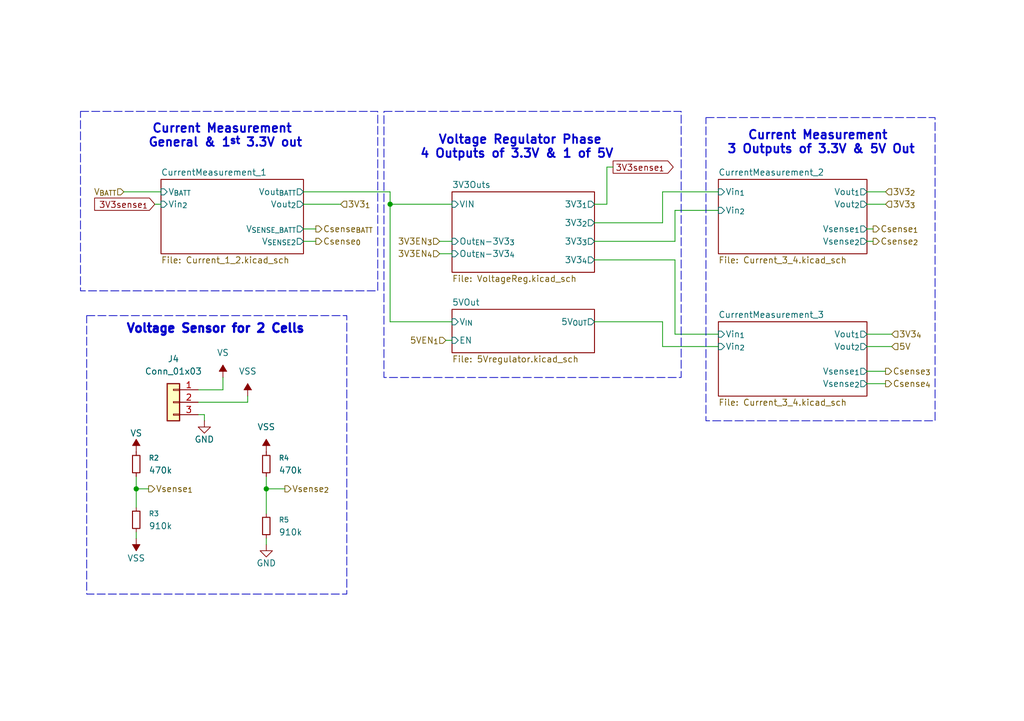
<source format=kicad_sch>
(kicad_sch (version 20250114) (generator "eeschema") (generator_version "9.0")
  (paper "A5")
  (lib_symbols
    (symbol "Connector_Generic:Conn_01x03" (pin_names (offset 1.016) (hide yes))
      (property "Reference" "J" (at 0 5.08 0))
      (property "Value" "Conn_01x03" (at 0 -5.08 0))
      (symbol "Conn_01x03_1_1"
        (rectangle (start -1.27 3.81) (end 1.27 -3.81) (stroke (width 0.254)) (fill (type background)))
        (rectangle (start -1.27 2.667) (end 0 2.413) (stroke (width 0.1524)))
        (rectangle (start -1.27 0.127) (end 0 -0.127) (stroke (width 0.1524)))
        (rectangle (start -1.27 -2.413) (end 0 -2.667) (stroke (width 0.1524)))
        (pin passive line (at -5.08 2.54 0) (length 3.81) (name "Pin_1") (number "1"))
        (pin passive line (at -5.08 0 0) (length 3.81) (name "Pin_2") (number "2"))
        (pin passive line (at -5.08 -2.54 0) (length 3.81) (name "Pin_3") (number "3"))
      )
    )
    (symbol "Device:R_Small" (pin_numbers (hide yes)) (pin_names (offset 0.254) (hide yes))
      (property "Reference" "R" (at 0 0 90))
      (property "Value" "R_Small" (at 1.778 0 90))
      (symbol "R_Small_0_1"
        (rectangle (start -0.762 1.778) (end 0.762 -1.778) (stroke (width 0.2032)))
      )
      (symbol "R_Small_1_1"
        (pin passive line (at 0 2.54 270) (length 0.762) (name "~") (number "1"))
        (pin passive line (at 0 -2.54 90) (length 0.762) (name "~") (number "2"))
      )
    )
    (symbol "power:GND" (power) (pin_numbers (hide yes)) (pin_names (offset 0) (hide yes))
      (property "Value" "GND" (at 0 -3.81 0))
      (symbol "GND_0_1"
        (polyline (pts (xy 0 0) (xy 0 -1.27) (xy 1.27 -1.27) (xy 0 -2.54) (xy -1.27 -1.27) (xy 0 -1.27)))
      )
      (symbol "GND_1_1"
        (pin power_in line (at 0 0 270) (length 0) (name "~") (number "1"))
      )
    )
    (symbol "power:VS" (power) (pin_numbers (hide yes)) (pin_names (offset 0) (hide yes))
      (property "Value" "VS" (at 0 3.556 0))
      (symbol "VS_0_1"
        (polyline (pts (xy 0 0) (xy 0 2.54)))
        (polyline (pts (xy 0.762 1.27) (xy -0.762 1.27) (xy 0 2.54) (xy 0.762 1.27)) (fill (type outline)))
      )
      (symbol "VS_1_1"
        (pin power_in line (at 0 0 90) (length 0) (name "~") (number "1"))
      )
    )
    (symbol "power:VSS" (power) (pin_numbers (hide yes)) (pin_names (offset 0) (hide yes))
      (property "Value" "VSS" (at 0 3.556 0))
      (symbol "VSS_0_1"
        (polyline (pts (xy 0 0) (xy 0 2.54)))
        (polyline (pts (xy 0.762 1.27) (xy -0.762 1.27) (xy 0 2.54) (xy 0.762 1.27)) (fill (type outline)))
      )
      (symbol "VSS_1_1"
        (pin power_in line (at 0 0 90) (length 0) (name "~") (number "1"))
      )
    )
  )
  (rectangle (start 17.78 64.77) (end 71.12 121.92) (stroke (width 0) (type dash)))
  (rectangle (start 78.74 22.86) (end 139.7 77.47) (stroke (width 0) (type dash)))
  (rectangle (start 144.78 24.13) (end 191.77 86.36) (stroke (width 0) (type dash)))
  (rectangle (start 16.51 22.86) (end 77.47 59.69) (stroke (width 0) (type dash)))
  (text "Current Measurement \n3 Outputs of 3.3V & 5V Out\n\n" (at 168.402 30.734 0) (effects (font (size 1.778 1.778) (thickness 0.3556) (bold yes))))
  (text "Voltage Regulator Phase\n4 Outputs of 3.3V & 1 of 5V \n" (at 106.68 30.226 0) (effects (font (size 1.778 1.778) (thickness 0.3556) (bold yes))))
  (text "Voltage Sensor for 2 Cells" (at 44.196 67.564 0) (effects (font (size 1.778 1.778) (thickness 0.4572) (bold yes))))
  (text "Current Measurement \nGeneral & 1^{st} 3.3V out\n" (at 46.228 27.94 0) (effects (font (size 1.778 1.778) (thickness 0.3556) (bold yes))))
  (junction (at 27.94 100.33))
  (junction (at 54.61 100.33))
  (junction (at 80.01 41.91))
  (wire (pts (xy 135.89 39.37) (xy 135.89 45.72)))
  (wire (pts (xy 64.77 49.53) (xy 62.23 49.53)))
  (wire (pts (xy 80.01 41.91) (xy 92.71 41.91)))
  (wire (pts (xy 50.8 81.28) (xy 50.8 82.55)))
  (wire (pts (xy 25.4 39.37) (xy 33.02 39.37)))
  (wire (pts (xy 135.89 39.37) (xy 147.32 39.37)))
  (wire (pts (xy 121.92 49.53) (xy 138.43 49.53)))
  (wire (pts (xy 121.92 53.34) (xy 138.43 53.34)))
  (wire (pts (xy 181.61 41.91) (xy 177.8 41.91)))
  (wire (pts (xy 80.01 41.91) (xy 80.01 39.37)))
  (wire (pts (xy 69.85 41.91) (xy 62.23 41.91)))
  (wire (pts (xy 124.46 34.29) (xy 124.46 41.91)))
  (wire (pts (xy 64.77 46.99) (xy 62.23 46.99)))
  (wire (pts (xy 90.17 49.53) (xy 92.71 49.53)))
  (wire (pts (xy 138.43 43.18) (xy 147.32 43.18)))
  (wire (pts (xy 138.43 53.34) (xy 138.43 68.58)))
  (wire (pts (xy 179.07 46.99) (xy 177.8 46.99)))
  (wire (pts (xy 91.44 69.85) (xy 92.71 69.85)))
  (wire (pts (xy 41.91 86.36) (xy 41.91 85.09)))
  (wire (pts (xy 62.23 39.37) (xy 80.01 39.37)))
  (wire (pts (xy 177.8 68.58) (xy 182.88 68.58)))
  (wire (pts (xy 41.91 85.09) (xy 40.64 85.09)))
  (wire (pts (xy 121.92 66.04) (xy 135.89 66.04)))
  (wire (pts (xy 125.73 34.29) (xy 124.46 34.29)))
  (wire (pts (xy 27.94 110.49) (xy 27.94 109.22)))
  (wire (pts (xy 50.8 82.55) (xy 40.64 82.55)))
  (wire (pts (xy 121.92 45.72) (xy 135.89 45.72)))
  (wire (pts (xy 181.61 76.2) (xy 177.8 76.2)))
  (wire (pts (xy 80.01 41.91) (xy 80.01 66.04)))
  (wire (pts (xy 181.61 78.74) (xy 177.8 78.74)))
  (wire (pts (xy 45.72 80.01) (xy 40.64 80.01)))
  (wire (pts (xy 30.48 100.33) (xy 27.94 100.33)))
  (wire (pts (xy 27.94 100.33) (xy 27.94 97.79)))
  (wire (pts (xy 135.89 66.04) (xy 135.89 71.12)))
  (wire (pts (xy 179.07 49.53) (xy 177.8 49.53)))
  (wire (pts (xy 135.89 71.12) (xy 147.32 71.12)))
  (wire (pts (xy 177.8 71.12) (xy 182.88 71.12)))
  (wire (pts (xy 54.61 97.79) (xy 54.61 100.33)))
  (wire (pts (xy 80.01 66.04) (xy 92.71 66.04)))
  (wire (pts (xy 90.17 52.07) (xy 92.71 52.07)))
  (wire (pts (xy 54.61 100.33) (xy 54.61 105.41)))
  (wire (pts (xy 27.94 104.14) (xy 27.94 100.33)))
  (wire (pts (xy 58.42 100.33) (xy 54.61 100.33)))
  (wire (pts (xy 138.43 68.58) (xy 147.32 68.58)))
  (wire (pts (xy 54.61 111.76) (xy 54.61 110.49)))
  (wire (pts (xy 31.75 41.91) (xy 33.02 41.91)))
  (wire (pts (xy 138.43 43.18) (xy 138.43 49.53)))
  (wire (pts (xy 45.72 77.47) (xy 45.72 80.01)))
  (wire (pts (xy 124.46 41.91) (xy 121.92 41.91)))
  (wire (pts (xy 181.61 39.37) (xy 177.8 39.37)))
  (global_label "3V3sense_{1}" (shape input) (at 31.75 41.91 180) (property "Intersheetrefs" "${INTERSHEET_REFS}" (effects (hide yes))))
  (global_label "3V3sense_{1}" (shape output) (at 125.73 34.29 0) (property "Intersheetrefs" "${INTERSHEET_REFS}" (effects (hide yes))))
  (hierarchical_label "Vsense_{1}" (shape output) (at 30.48 100.33 0))
  (hierarchical_label "Vsense_{2}" (shape output) (at 58.42 100.33 0))
  (hierarchical_label "3V3_{2}" (shape input) (at 181.61 39.37 0))
  (hierarchical_label "3V3EN_{4}" (shape input) (at 90.17 52.07 180))
  (hierarchical_label "3V3_{3}" (shape input) (at 181.61 41.91 0))
  (hierarchical_label "Csense_{1}" (shape output) (at 179.07 46.99 0))
  (hierarchical_label "3V3EN_{3}" (shape input) (at 90.17 49.53 180))
  (hierarchical_label "5VEN_{1}" (shape input) (at 91.44 69.85 180))
  (hierarchical_label "Csense_{4}" (shape output) (at 181.61 78.74 0))
  (hierarchical_label "3V3_{1}" (shape input) (at 69.85 41.91 0))
  (hierarchical_label "Csense_{3}" (shape output) (at 181.61 76.2 0))
  (hierarchical_label "3V3_{4}" (shape input) (at 182.88 68.58 0))
  (hierarchical_label "5V" (shape input) (at 182.88 71.12 0))
  (hierarchical_label "V_{BATT}" (shape input) (at 25.4 39.37 180))
  (hierarchical_label "Csense_{2}" (shape output) (at 179.07 49.53 0))
  (hierarchical_label "Csense_{BATT}" (shape output) (at 64.77 46.99 0))
  (hierarchical_label "Csense_{0}" (shape output) (at 64.77 49.53 0))
  (symbol (lib_id "Device:R_Small") (at 54.61 107.95 0) (unit 1)
    (property "Reference" "R5" (at 57.15 106.6799 0) (effects (font (size 1.016 1.016)) (justify left)))
    (property "Value" "910k" (at 57.15 109.2199 0) (effects (justify left)))
    (property "Footprint" "Resistor_SMD:R_0805_2012Metric_Pad1.20x1.40mm_HandSolder" (effects (hide yes)))
    (property "Description" "Resistor, small symbol" (effects (hide yes)))
  )
  (symbol (lib_id "Connector_Generic:Conn_01x03") (at 35.56 82.55 0) (mirror y) (unit 1)
    (property "Reference" "J4" (at 35.56 73.66 0))
    (property "Value" "Conn_01x03" (at 35.56 76.2 0))
    (property "Footprint" "Connector_PinHeader_2.54mm:PinHeader_1x03_P2.54mm_Vertical" (effects (hide yes)))
    (property "Description" "Generic connector, single row, 01x03, script generated (kicad-library-utils/schlib/autogen/connector/)" (effects (hide yes)))
  )
  (symbol (lib_id "Device:R_Small") (at 27.94 95.25 0) (unit 1)
    (property "Reference" "R2" (at 30.48 93.9799 0) (effects (font (size 1.016 1.016)) (justify left)))
    (property "Value" "470k" (at 30.48 96.5199 0) (effects (justify left)))
    (property "Footprint" "Resistor_SMD:R_0805_2012Metric_Pad1.20x1.40mm_HandSolder" (effects (hide yes)))
    (property "Description" "Resistor, small symbol" (effects (hide yes)))
  )
  (symbol (lib_id "power:GND") (at 54.61 111.76 0) (unit 1)
    (property "Reference" "#PWR041" (effects (hide yes)))
    (property "Value" "GND" (at 54.61 115.57 0))
    (property "Description" "Power symbol creates a global label with name \"GND\" , ground" (effects (hide yes)))
  )
  (symbol (lib_id "Device:R_Small") (at 27.94 106.68 0) (unit 1)
    (property "Reference" "R3" (at 30.48 105.4099 0) (effects (font (size 1.016 1.016)) (justify left)))
    (property "Value" "910k" (at 30.48 107.9499 0) (effects (justify left)))
    (property "Footprint" "Resistor_SMD:R_0805_2012Metric_Pad1.20x1.40mm_HandSolder" (effects (hide yes)))
    (property "Description" "Resistor, small symbol" (effects (hide yes)))
  )
  (symbol (lib_id "power:VSS") (at 50.8 81.28 0) (unit 1)
    (property "Reference" "#PWR039" (effects (hide yes)))
    (property "Value" "VSS" (at 50.8 76.2 0))
    (property "Description" "Power symbol creates a global label with name \"VSS\"" (effects (hide yes)))
  )
  (symbol (lib_id "Device:R_Small") (at 54.61 95.25 0) (unit 1)
    (property "Reference" "R4" (at 57.15 93.9799 0) (effects (font (size 1.016 1.016)) (justify left)))
    (property "Value" "470k" (at 57.15 96.5199 0) (effects (justify left)))
    (property "Footprint" "Resistor_SMD:R_0805_2012Metric_Pad1.20x1.40mm_HandSolder" (effects (hide yes)))
    (property "Description" "Resistor, small symbol" (effects (hide yes)))
  )
  (symbol (lib_id "power:VSS") (at 54.61 92.71 0) (unit 1)
    (property "Reference" "#PWR040" (effects (hide yes)))
    (property "Value" "VSS" (at 54.61 87.63 0))
    (property "Description" "Power symbol creates a global label with name \"VSS\"" (effects (hide yes)))
  )
  (symbol (lib_id "power:GND") (at 41.91 86.36 0) (unit 1)
    (property "Reference" "#PWR037" (effects (hide yes)))
    (property "Value" "GND" (at 41.91 90.17 0))
    (property "Description" "Power symbol creates a global label with name \"GND\" , ground" (effects (hide yes)))
  )
  (symbol (lib_id "power:VS") (at 45.72 77.47 0) (unit 1)
    (property "Reference" "#PWR038" (effects (hide yes)))
    (property "Value" "VS" (at 45.72 72.39 0))
    (property "Description" "Power symbol creates a global label with name \"VS\"" (effects (hide yes)))
  )
  (symbol (lib_id "power:VSS") (at 27.94 110.49 180) (unit 1)
    (property "Reference" "#PWR036" (effects (hide yes)))
    (property "Value" "VSS" (at 27.94 114.554 0))
    (property "Description" "Power symbol creates a global label with name \"VSS\"" (effects (hide yes)))
  )
  (symbol (lib_id "power:VS") (at 27.94 92.71 0) (unit 1)
    (property "Reference" "#PWR035" (effects (hide yes)))
    (property "Value" "VS" (at 27.94 88.9 0))
    (property "Description" "Power symbol creates a global label with name \"VS\"" (effects (hide yes)))
  )
  (sheet (at 147.32 66.04) (size 30.48 15.24) (stroke (width 0.1524))
    (property "Sheetname" "CurrentMeasurement_3" (at 147.32 65.3284 0) (effects (justify left bottom)))
    (property "Sheetfile" "Current_3_4.kicad_sch" (at 147.32 81.8646 0) (effects (justify left top)))
    (pin "Vin_{1}" input (at 147.32 68.58 180))
    (pin "Vin_{2}" input (at 147.32 71.12 180))
    (pin "Vout_{1}" output (at 177.8 68.58 0))
    (pin "Vout_{2}" output (at 177.8 71.12 0))
    (pin "Vsense_{1}" output (at 177.8 76.2 0))
    (pin "Vsense_{2}" output (at 177.8 78.74 0))
  )
  (sheet (at 92.71 39.37) (size 29.21 16.51) (stroke (width 0.1524))
    (property "Sheetname" "3V3Outs" (at 92.71 38.6584 0) (effects (justify left bottom)))
    (property "Sheetfile" "VoltageReg.kicad_sch" (at 92.71 56.4646 0) (effects (justify left top)))
    (pin "3V3_{1}" output (at 121.92 41.91 0))
    (pin "3V3_{2}" output (at 121.92 45.72 0))
    (pin "VIN" input (at 92.71 41.91 180))
    (pin "3V3_{3}" output (at 121.92 49.53 0))
    (pin "3V3_{4}" output (at 121.92 53.34 0))
    (pin "Out_{EN}-3V3_{3}" input (at 92.71 49.53 180))
    (pin "Out_{EN}-3V3_{4}" input (at 92.71 52.07 180))
  )
  (sheet (at 33.02 36.83) (size 29.21 15.24) (stroke (width 0.1524))
    (property "Sheetname" "CurrentMeasurement_1" (at 33.02 36.1184 0) (effects (justify left bottom)))
    (property "Sheetfile" "Current_1_2.kicad_sch" (at 33.02 52.6546 0) (effects (justify left top)))
    (pin "Vin_{2}" input (at 33.02 41.91 180))
    (pin "Vout_{2}" output (at 62.23 41.91 0))
    (pin "V_{SENSE2}" output (at 62.23 49.53 0))
    (pin "V_{BATT}" input (at 33.02 39.37 180))
    (pin "V_{SENSE_BATT}" output (at 62.23 46.99 0))
    (pin "Vout_{BATT}" output (at 62.23 39.37 0))
  )
  (sheet (at 147.32 36.83) (size 30.48 15.24) (stroke (width 0.1524))
    (property "Sheetname" "CurrentMeasurement_2" (at 147.32 36.1184 0) (effects (justify left bottom)))
    (property "Sheetfile" "Current_3_4.kicad_sch" (at 147.32 52.6546 0) (effects (justify left top)))
    (pin "Vin_{1}" input (at 147.32 39.37 180))
    (pin "Vin_{2}" input (at 147.32 43.18 180))
    (pin "Vout_{1}" output (at 177.8 39.37 0))
    (pin "Vout_{2}" output (at 177.8 41.91 0))
    (pin "Vsense_{1}" output (at 177.8 46.99 0))
    (pin "Vsense_{2}" output (at 177.8 49.53 0))
  )
  (sheet (at 92.71 63.5) (size 29.21 8.89) (stroke (width 0.1524))
    (property "Sheetname" "5VOut" (at 92.71 62.7884 0) (effects (justify left bottom)))
    (property "Sheetfile" "5Vregulator.kicad_sch" (at 92.71 72.9746 0) (effects (justify left top)))
    (pin "5V_{OUT}" output (at 121.92 66.04 0))
    (pin "EN" input (at 92.71 69.85 180))
    (pin "V_{IN}" input (at 92.71 66.04 180))
  )
)
</source>
